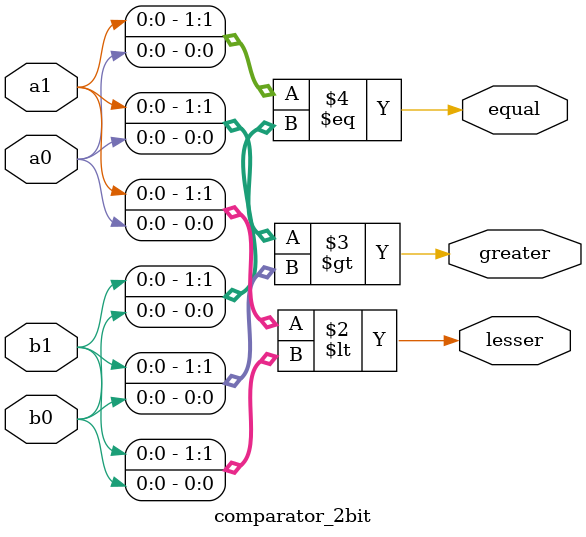
<source format=v>
module comparator_2bit(a1,a0,b1,b0,lesser,greater,equal);
    input a1,a0,b1,b0;
    output reg lesser,greater,equal;

    always @(a1,a0,b1,b0)
        begin
            lesser = ({a1,a0}<{b1,b0});
            greater = ({a1,a0}>{b1,b0});
            equal = ({a1,a0}=={b1,b0});
        end
        
endmodule
</source>
